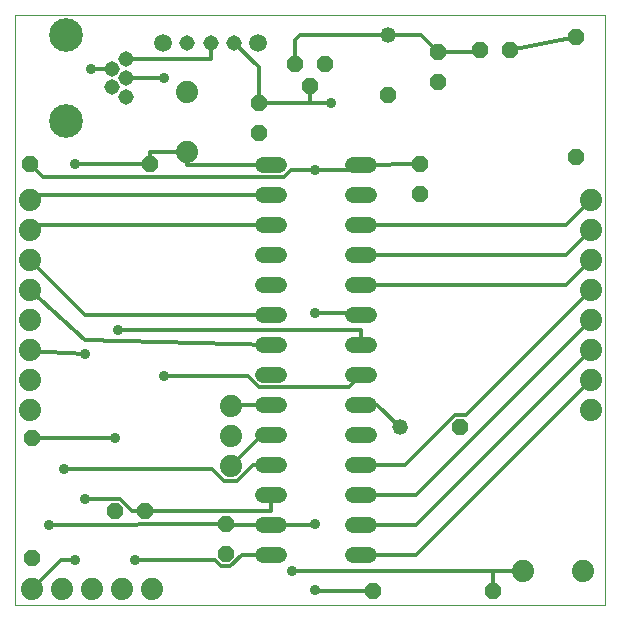
<source format=gtl>
G75*
%MOIN*%
%OFA0B0*%
%FSLAX25Y25*%
%IPPOS*%
%LPD*%
%AMOC8*
5,1,8,0,0,1.08239X$1,22.5*
%
%ADD10C,0.00000*%
%ADD11OC8,0.05200*%
%ADD12C,0.05200*%
%ADD13C,0.05150*%
%ADD14C,0.11220*%
%ADD15C,0.07400*%
%ADD16C,0.05200*%
%ADD17C,0.05937*%
%ADD18C,0.01200*%
%ADD19C,0.03562*%
D10*
X0001600Y0001600D02*
X0001600Y0198450D01*
X0198450Y0198450D01*
X0198450Y0001600D01*
X0001600Y0001600D01*
D11*
X0007350Y0017350D03*
X0035100Y0033100D03*
X0045100Y0033100D03*
X0071850Y0028600D03*
X0071850Y0018600D03*
X0120850Y0006350D03*
X0160850Y0006350D03*
X0149850Y0060850D03*
X0136600Y0138600D03*
X0136600Y0148600D03*
X0125850Y0171600D03*
X0142600Y0176100D03*
X0142600Y0186100D03*
X0156600Y0186600D03*
X0166600Y0186600D03*
X0188600Y0190850D03*
X0188600Y0150850D03*
X0104850Y0182100D03*
X0099850Y0174600D03*
X0094850Y0182100D03*
X0082850Y0168850D03*
X0082850Y0158850D03*
X0046600Y0148600D03*
X0006600Y0148600D03*
X0007350Y0057350D03*
D12*
X0129850Y0060850D03*
X0125850Y0191600D03*
D13*
X0074724Y0189100D03*
X0066850Y0189100D03*
X0058976Y0189100D03*
X0038679Y0183649D03*
X0033954Y0180500D03*
X0038679Y0177350D03*
X0033954Y0174200D03*
X0038679Y0171051D03*
D14*
X0018600Y0162980D03*
X0018600Y0191720D03*
D15*
X0058850Y0172600D03*
X0058850Y0152600D03*
X0006600Y0136600D03*
X0006600Y0126600D03*
X0006600Y0116600D03*
X0006600Y0106600D03*
X0006600Y0096600D03*
X0006600Y0086600D03*
X0006600Y0076600D03*
X0006600Y0066600D03*
X0007350Y0007100D03*
X0017350Y0007100D03*
X0027350Y0007100D03*
X0037350Y0007100D03*
X0047350Y0007100D03*
X0073600Y0048100D03*
X0073600Y0058100D03*
X0073600Y0068100D03*
X0170850Y0012850D03*
X0190850Y0012850D03*
X0193600Y0066600D03*
X0193600Y0076600D03*
X0193600Y0086600D03*
X0193600Y0096600D03*
X0193600Y0106600D03*
X0193600Y0116600D03*
X0193600Y0126600D03*
X0193600Y0136600D03*
D16*
X0119700Y0138350D02*
X0114500Y0138350D01*
X0114500Y0128350D02*
X0119700Y0128350D01*
X0119700Y0118350D02*
X0114500Y0118350D01*
X0114500Y0108350D02*
X0119700Y0108350D01*
X0119700Y0098350D02*
X0114500Y0098350D01*
X0114500Y0088350D02*
X0119700Y0088350D01*
X0119700Y0078350D02*
X0114500Y0078350D01*
X0114500Y0068350D02*
X0119700Y0068350D01*
X0119700Y0058350D02*
X0114500Y0058350D01*
X0114500Y0048350D02*
X0119700Y0048350D01*
X0119700Y0038350D02*
X0114500Y0038350D01*
X0114500Y0028350D02*
X0119700Y0028350D01*
X0119700Y0018350D02*
X0114500Y0018350D01*
X0089700Y0018350D02*
X0084500Y0018350D01*
X0084500Y0028350D02*
X0089700Y0028350D01*
X0089700Y0038350D02*
X0084500Y0038350D01*
X0084500Y0048350D02*
X0089700Y0048350D01*
X0089700Y0058350D02*
X0084500Y0058350D01*
X0084500Y0068350D02*
X0089700Y0068350D01*
X0089700Y0078350D02*
X0084500Y0078350D01*
X0084500Y0088350D02*
X0089700Y0088350D01*
X0089700Y0098350D02*
X0084500Y0098350D01*
X0084500Y0108350D02*
X0089700Y0108350D01*
X0089700Y0118350D02*
X0084500Y0118350D01*
X0084500Y0128350D02*
X0089700Y0128350D01*
X0089700Y0138350D02*
X0084500Y0138350D01*
X0084500Y0148350D02*
X0089700Y0148350D01*
X0114500Y0148350D02*
X0119700Y0148350D01*
D17*
X0082598Y0189100D03*
X0051102Y0189100D03*
D18*
X0051350Y0177350D02*
X0038679Y0177350D01*
X0033954Y0180500D02*
X0026850Y0180500D01*
X0026850Y0180350D01*
X0038679Y0183649D02*
X0066850Y0183649D01*
X0066850Y0189100D01*
X0074724Y0189100D02*
X0082850Y0180974D01*
X0082850Y0168850D01*
X0099850Y0168850D01*
X0107100Y0168850D01*
X0099850Y0168850D02*
X0099850Y0174600D01*
X0094850Y0182100D02*
X0094850Y0189850D01*
X0096600Y0191600D01*
X0125850Y0191600D01*
X0137100Y0191600D01*
X0142600Y0186100D01*
X0156100Y0186100D01*
X0156600Y0186600D01*
X0166600Y0186600D02*
X0188600Y0190850D01*
X0136600Y0148600D02*
X0117100Y0148350D01*
X0117100Y0146600D01*
X0101600Y0146600D01*
X0093607Y0146600D01*
X0091357Y0144350D01*
X0010850Y0144350D01*
X0006600Y0148600D01*
X0006600Y0138350D02*
X0006600Y0136600D01*
X0006600Y0138350D02*
X0087100Y0138350D01*
X0087100Y0128350D02*
X0006600Y0128350D01*
X0006600Y0126600D01*
X0006600Y0116600D02*
X0024850Y0098350D01*
X0087100Y0098350D01*
X0087100Y0088350D02*
X0025100Y0090100D01*
X0006600Y0106600D01*
X0006600Y0086600D02*
X0006600Y0086469D01*
X0024981Y0085469D01*
X0036100Y0093350D02*
X0117100Y0093350D01*
X0117100Y0088350D01*
X0117100Y0078350D02*
X0113100Y0074350D01*
X0082843Y0074350D01*
X0079343Y0077850D01*
X0051350Y0077850D01*
X0035100Y0057350D02*
X0007350Y0057350D01*
X0018100Y0047100D02*
X0018600Y0047100D01*
X0018100Y0047100D02*
X0067388Y0047100D01*
X0071488Y0043000D01*
X0075713Y0043000D01*
X0081063Y0048350D01*
X0087100Y0048350D01*
X0087100Y0058350D02*
X0083850Y0058350D01*
X0073600Y0048100D01*
X0087100Y0038350D02*
X0087100Y0033100D01*
X0045100Y0033100D01*
X0040757Y0033100D01*
X0036757Y0037100D01*
X0024981Y0037100D01*
X0013100Y0028350D02*
X0071850Y0028600D01*
X0071850Y0028350D01*
X0087100Y0028350D01*
X0101600Y0028350D01*
X0101600Y0028600D01*
X0117100Y0028350D02*
X0135350Y0028350D01*
X0193600Y0086600D01*
X0193600Y0076600D02*
X0135350Y0018350D01*
X0117100Y0018350D01*
X0120850Y0006350D02*
X0101600Y0006350D01*
X0101600Y0006600D01*
X0093850Y0012850D02*
X0161600Y0012850D01*
X0160850Y0012850D02*
X0160850Y0006350D01*
X0160850Y0012850D02*
X0170850Y0012850D01*
X0135350Y0038350D02*
X0193600Y0096600D01*
X0193600Y0106600D02*
X0151850Y0064850D01*
X0148193Y0064850D01*
X0131693Y0048350D01*
X0117100Y0048350D01*
X0117100Y0038350D02*
X0135350Y0038350D01*
X0129850Y0060850D02*
X0122350Y0068350D01*
X0117100Y0068350D01*
X0117100Y0098350D02*
X0117100Y0098850D01*
X0101600Y0098850D01*
X0117100Y0108350D02*
X0185350Y0108350D01*
X0193600Y0116600D01*
X0185350Y0118350D02*
X0193600Y0126600D01*
X0185350Y0128350D02*
X0193600Y0136600D01*
X0185350Y0128350D02*
X0117100Y0128350D01*
X0117100Y0118350D02*
X0185350Y0118350D01*
X0136600Y0148350D02*
X0136600Y0148600D01*
X0087100Y0148350D02*
X0058850Y0148350D01*
X0058850Y0152600D01*
X0046600Y0152600D01*
X0046600Y0148600D01*
X0021600Y0148600D01*
X0045350Y0177350D02*
X0051350Y0177350D01*
X0073600Y0068350D02*
X0073600Y0068100D01*
X0073600Y0068350D02*
X0087100Y0068350D01*
X0087100Y0018350D02*
X0077257Y0018350D01*
X0073507Y0014600D01*
X0070193Y0014600D01*
X0068193Y0016600D01*
X0041600Y0016600D01*
X0021600Y0016600D02*
X0016850Y0016600D01*
X0007350Y0007100D01*
D19*
X0021600Y0016600D03*
X0013100Y0028350D03*
X0024981Y0037100D03*
X0018100Y0047100D03*
X0035100Y0057350D03*
X0051350Y0077850D03*
X0036100Y0093350D03*
X0024981Y0085469D03*
X0021600Y0148600D03*
X0051350Y0177350D03*
X0026850Y0180350D03*
X0101600Y0146600D03*
X0107100Y0168850D03*
X0101600Y0098850D03*
X0101600Y0028600D03*
X0093850Y0012850D03*
X0101600Y0006600D03*
X0041600Y0016600D03*
M02*

</source>
